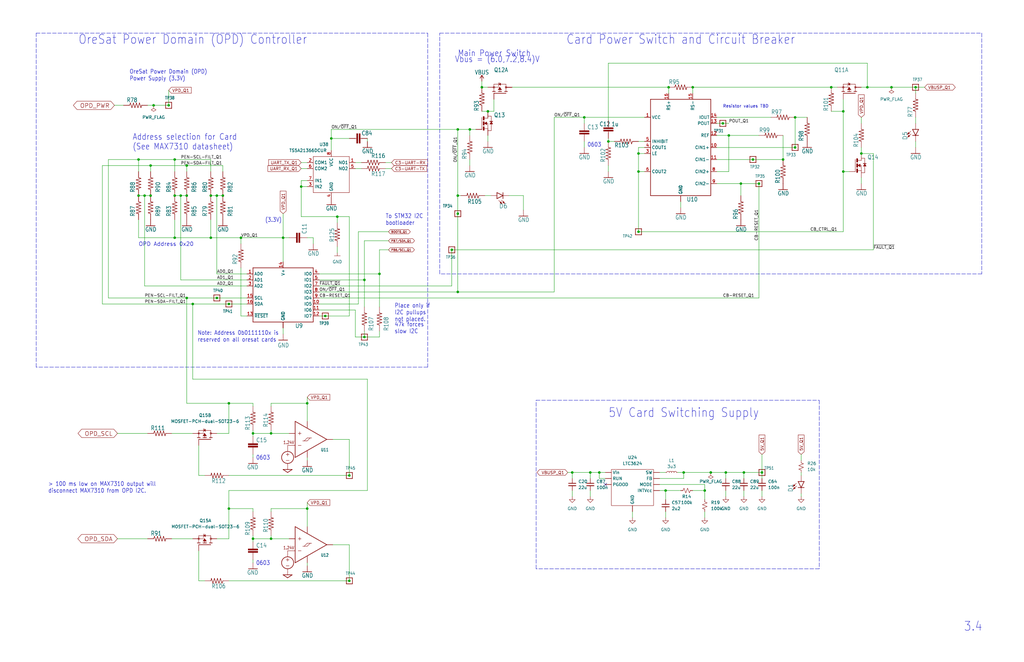
<source format=kicad_sch>
(kicad_sch (version 20211123) (generator eeschema)
  (paper "B")
  (junction (at 280.67 207.01))
  (junction (at 73.66 100.33))
  (junction (at 129.54 170.18))
  (junction (at 288.29 199.39))
  (junction (at 63.5 69.85))
  (junction (at 241.3 199.39))
  (junction (at 248.92 199.39))
  (junction (at 355.6 72.39))
  (junction (at 375.92 36.83))
  (junction (at 193.04 90.17))
  (junction (at 60.96 82.55))
  (junction (at 137.16 133.35))
  (junction (at 78.74 69.85))
  (junction (at 127 78.74))
  (junction (at 335.28 49.53))
  (junction (at 96.52 170.18))
  (junction (at 304.8 52.07))
  (junction (at 58.42 67.31))
  (junction (at 193.04 54.61))
  (junction (at 78.74 82.55))
  (junction (at 63.5 82.55))
  (junction (at 363.22 64.77))
  (junction (at 142.24 91.44))
  (junction (at 269.24 72.39))
  (junction (at 317.5 67.31))
  (junction (at 281.94 36.83))
  (junction (at 321.31 199.39))
  (junction (at 106.68 182.88))
  (junction (at 292.1 36.83))
  (junction (at 320.04 77.47))
  (junction (at 297.18 207.01))
  (junction (at 203.2 36.83))
  (junction (at 269.24 64.77))
  (junction (at 252.73 199.39))
  (junction (at 190.5 105.41))
  (junction (at 119.38 100.33))
  (junction (at 160.02 115.57))
  (junction (at 91.44 82.55))
  (junction (at 78.74 125.73))
  (junction (at 93.98 82.55))
  (junction (at 88.9 82.55))
  (junction (at 256.54 59.69))
  (junction (at 96.52 214.63))
  (junction (at 350.52 36.83))
  (junction (at 307.34 57.15))
  (junction (at 96.52 128.27))
  (junction (at 312.42 77.47))
  (junction (at 306.07 199.39))
  (junction (at 193.04 82.55))
  (junction (at 64.77 44.45))
  (junction (at 114.3 227.33))
  (junction (at 355.6 46.99))
  (junction (at 88.9 100.33))
  (junction (at 330.2 67.31))
  (junction (at 147.32 200.66))
  (junction (at 365.76 36.83))
  (junction (at 76.2 82.55))
  (junction (at 335.28 62.23))
  (junction (at 101.6 100.33))
  (junction (at 91.44 125.73))
  (junction (at 139.7 58.42))
  (junction (at 153.67 142.24))
  (junction (at 205.74 46.99))
  (junction (at 106.68 227.33))
  (junction (at 299.72 199.39))
  (junction (at 386.08 36.83))
  (junction (at 58.42 82.55))
  (junction (at 71.12 44.45))
  (junction (at 313.69 199.39))
  (junction (at 73.66 82.55))
  (junction (at 81.28 128.27))
  (junction (at 269.24 97.79))
  (junction (at 147.32 245.11))
  (junction (at 73.66 67.31))
  (junction (at 246.38 49.53))
  (junction (at 129.54 214.63))
  (junction (at 198.12 54.61))
  (junction (at 114.3 182.88))
  (junction (at 153.67 118.11))
  (junction (at 193.04 123.19))
  (no_connect (at 255.27 204.47))
  (wire (pts (xy 337.82 208.28) (xy 337.82 209.55)))
  (wire (pts (xy 73.66 72.39) (xy 73.66 67.31)))
  (wire (pts (xy 389.89 36.83) (xy 386.08 36.83)))
  (wire (pts (xy 233.68 49.53) (xy 246.38 49.53)))
  (wire (pts (xy 96.52 245.11) (xy 147.32 245.11)))
  (wire (pts (xy 269.24 72.39) (xy 271.78 72.39)))
  (wire (pts (xy 142.24 106.68) (xy 142.24 104.14)))
  (wire (pts (xy 297.18 207.01) (xy 297.18 210.82)))
  (wire (pts (xy 149.86 130.81) (xy 149.86 142.24)))
  (wire (pts (xy 106.68 193.04) (xy 106.68 191.77)))
  (wire (pts (xy 106.68 182.88) (xy 114.3 182.88)))
  (wire (pts (xy 165.1 71.12) (xy 162.56 71.12)))
  (wire (pts (xy 142.24 91.44) (xy 142.24 93.98)))
  (wire (pts (xy 104.14 128.27) (xy 96.52 128.27)))
  (wire (pts (xy 205.74 57.15) (xy 205.74 59.69)))
  (wire (pts (xy 52.07 44.45) (xy 48.26 44.45)))
  (wire (pts (xy 256.54 59.69) (xy 259.08 59.69)))
  (wire (pts (xy 139.7 58.42) (xy 139.7 63.5)))
  (wire (pts (xy 101.6 113.03) (xy 101.6 133.35)))
  (wire (pts (xy 299.72 199.39) (xy 306.07 199.39)))
  (wire (pts (xy 256.54 58.42) (xy 256.54 59.69)))
  (wire (pts (xy 106.68 171.45) (xy 106.68 170.18)))
  (wire (pts (xy 127 78.74) (xy 127 91.44)))
  (wire (pts (xy 106.68 184.15) (xy 106.68 182.88)))
  (wire (pts (xy 165.1 68.58) (xy 162.56 68.58)))
  (wire (pts (xy 288.29 199.39) (xy 288.29 201.93)))
  (wire (pts (xy 313.69 207.01) (xy 313.69 209.55)))
  (wire (pts (xy 104.14 118.11) (xy 76.2 118.11)))
  (wire (pts (xy 78.74 72.39) (xy 78.74 69.85)))
  (wire (pts (xy 278.13 201.93) (xy 288.29 201.93)))
  (wire (pts (xy 160.02 105.41) (xy 163.83 105.41)))
  (wire (pts (xy 114.3 171.45) (xy 114.3 170.18)))
  (wire (pts (xy 88.9 100.33) (xy 88.9 92.71)))
  (wire (pts (xy 252.73 201.93) (xy 255.27 201.93)))
  (wire (pts (xy 358.14 72.39) (xy 355.6 72.39)))
  (wire (pts (xy 132.08 100.33) (xy 132.08 102.87)))
  (wire (pts (xy 134.62 130.81) (xy 149.86 130.81)))
  (wire (pts (xy 256.54 26.67) (xy 365.76 26.67)))
  (wire (pts (xy 153.67 139.7) (xy 153.67 142.24)))
  (wire (pts (xy 363.22 49.53) (xy 363.22 52.07)))
  (polyline (pts (xy 180.34 13.97) (xy 180.34 154.94)))
  (wire (pts (xy 106.68 170.18) (xy 96.52 170.18)))
  (wire (pts (xy 271.78 62.23) (xy 269.24 62.23)))
  (wire (pts (xy 64.77 44.45) (xy 71.12 44.45)))
  (wire (pts (xy 160.02 142.24) (xy 160.02 139.7)))
  (wire (pts (xy 317.5 67.31) (xy 302.26 67.31)))
  (wire (pts (xy 350.52 46.99) (xy 355.6 46.99)))
  (wire (pts (xy 193.04 82.55) (xy 193.04 90.17)))
  (wire (pts (xy 119.38 110.49) (xy 119.38 100.33)))
  (wire (pts (xy 203.2 36.83) (xy 205.74 36.83)))
  (polyline (pts (xy 185.42 13.97) (xy 414.02 13.97)))
  (wire (pts (xy 62.23 44.45) (xy 64.77 44.45)))
  (wire (pts (xy 91.44 82.55) (xy 88.9 82.55)))
  (wire (pts (xy 278.13 199.39) (xy 280.67 199.39)))
  (wire (pts (xy 287.02 87.63) (xy 287.02 85.09)))
  (polyline (pts (xy 414.02 115.57) (xy 185.42 115.57)))
  (wire (pts (xy 248.92 207.01) (xy 248.92 209.55)))
  (wire (pts (xy 88.9 100.33) (xy 101.6 100.33)))
  (wire (pts (xy 363.22 64.77) (xy 368.3 64.77)))
  (wire (pts (xy 153.67 118.11) (xy 153.67 129.54)))
  (wire (pts (xy 205.74 46.99) (xy 208.28 46.99)))
  (wire (pts (xy 198.12 54.61) (xy 200.66 54.61)))
  (wire (pts (xy 86.36 200.66) (xy 83.82 200.66)))
  (wire (pts (xy 355.6 72.39) (xy 355.6 97.79)))
  (wire (pts (xy 320.04 77.47) (xy 312.42 77.47)))
  (wire (pts (xy 160.02 115.57) (xy 134.62 115.57)))
  (wire (pts (xy 86.36 245.11) (xy 83.82 245.11)))
  (wire (pts (xy 83.82 245.11) (xy 83.82 232.41)))
  (wire (pts (xy 271.78 59.69) (xy 269.24 59.69)))
  (wire (pts (xy 45.72 125.73) (xy 45.72 67.31)))
  (wire (pts (xy 96.52 170.18) (xy 96.52 182.88)))
  (wire (pts (xy 127 76.2) (xy 127 78.74)))
  (wire (pts (xy 58.42 67.31) (xy 73.66 67.31)))
  (wire (pts (xy 129.54 222.25) (xy 129.54 214.63)))
  (wire (pts (xy 104.14 120.65) (xy 60.96 120.65)))
  (wire (pts (xy 129.54 177.8) (xy 129.54 170.18)))
  (wire (pts (xy 292.1 207.01) (xy 297.18 207.01)))
  (wire (pts (xy 193.04 90.17) (xy 193.04 123.19)))
  (wire (pts (xy 140.335 229.87) (xy 147.32 229.87)))
  (wire (pts (xy 106.68 227.33) (xy 106.68 226.06)))
  (wire (pts (xy 154.94 160.02) (xy 81.28 160.02)))
  (wire (pts (xy 292.1 36.83) (xy 350.52 36.83)))
  (wire (pts (xy 96.52 207.01) (xy 154.94 207.01)))
  (wire (pts (xy 153.67 118.11) (xy 153.67 101.6)))
  (wire (pts (xy 140.335 185.42) (xy 147.32 185.42)))
  (wire (pts (xy 147.32 229.87) (xy 147.32 245.11)))
  (wire (pts (xy 335.28 49.53) (xy 340.36 49.53)))
  (wire (pts (xy 139.7 58.42) (xy 147.32 58.42)))
  (wire (pts (xy 81.28 182.88) (xy 72.39 182.88)))
  (wire (pts (xy 321.31 207.01) (xy 321.31 209.55)))
  (wire (pts (xy 306.07 207.01) (xy 306.07 209.55)))
  (wire (pts (xy 233.68 123.19) (xy 233.68 49.53)))
  (wire (pts (xy 91.44 125.73) (xy 104.14 125.73)))
  (wire (pts (xy 313.69 199.39) (xy 313.69 201.93)))
  (polyline (pts (xy 226.06 168.91) (xy 345.44 168.91)))
  (wire (pts (xy 269.24 64.77) (xy 269.24 72.39)))
  (wire (pts (xy 194.31 82.55) (xy 193.04 82.55)))
  (wire (pts (xy 129.54 100.33) (xy 132.08 100.33)))
  (wire (pts (xy 62.23 182.88) (xy 49.53 182.88)))
  (wire (pts (xy 313.69 199.39) (xy 321.31 199.39)))
  (wire (pts (xy 302.26 72.39) (xy 307.34 72.39)))
  (wire (pts (xy 252.73 199.39) (xy 252.73 201.93)))
  (wire (pts (xy 337.82 191.77) (xy 337.82 194.31)))
  (wire (pts (xy 193.04 54.61) (xy 193.04 82.55)))
  (wire (pts (xy 386.08 36.83) (xy 386.08 39.37)))
  (wire (pts (xy 355.6 97.79) (xy 269.24 97.79)))
  (wire (pts (xy 266.7 215.9) (xy 266.7 218.44)))
  (wire (pts (xy 43.18 128.27) (xy 43.18 69.85)))
  (wire (pts (xy 73.66 100.33) (xy 73.66 92.71)))
  (wire (pts (xy 198.12 67.31) (xy 198.12 69.85)))
  (wire (pts (xy 302.26 49.53) (xy 325.12 49.53)))
  (wire (pts (xy 386.08 59.69) (xy 386.08 62.23)))
  (wire (pts (xy 193.04 54.61) (xy 139.7 54.61)))
  (wire (pts (xy 83.82 200.66) (xy 83.82 187.96)))
  (wire (pts (xy 307.34 57.15) (xy 320.04 57.15)))
  (wire (pts (xy 88.9 72.39) (xy 88.9 67.31)))
  (wire (pts (xy 81.28 160.02) (xy 81.28 128.27)))
  (wire (pts (xy 58.42 100.33) (xy 73.66 100.33)))
  (wire (pts (xy 337.82 199.39) (xy 337.82 200.66)))
  (wire (pts (xy 114.3 226.06) (xy 114.3 227.33)))
  (wire (pts (xy 134.62 128.27) (xy 151.13 128.27)))
  (wire (pts (xy 78.74 125.73) (xy 91.44 125.73)))
  (wire (pts (xy 129.54 76.2) (xy 127 76.2)))
  (wire (pts (xy 239.395 199.39) (xy 241.3 199.39)))
  (wire (pts (xy 63.5 72.39) (xy 63.5 69.85)))
  (wire (pts (xy 190.5 105.41) (xy 190.5 120.65)))
  (wire (pts (xy 307.34 72.39) (xy 307.34 57.15)))
  (wire (pts (xy 129.54 238.76) (xy 129.54 237.49)))
  (wire (pts (xy 106.68 237.49) (xy 106.68 236.22)))
  (wire (pts (xy 129.54 170.18) (xy 114.3 170.18)))
  (polyline (pts (xy 15.24 154.94) (xy 15.24 13.97)))
  (wire (pts (xy 152.4 68.58) (xy 149.86 68.58)))
  (wire (pts (xy 375.92 36.83) (xy 386.08 36.83)))
  (wire (pts (xy 153.67 101.6) (xy 163.83 101.6)))
  (wire (pts (xy 256.54 50.8) (xy 256.54 26.67)))
  (wire (pts (xy 255.27 199.39) (xy 252.73 199.39)))
  (wire (pts (xy 368.3 105.41) (xy 190.5 105.41)))
  (wire (pts (xy 330.2 67.31) (xy 330.2 57.15)))
  (wire (pts (xy 106.68 182.88) (xy 106.68 181.61)))
  (wire (pts (xy 281.94 36.83) (xy 281.94 39.37)))
  (wire (pts (xy 154.94 207.01) (xy 154.94 160.02)))
  (wire (pts (xy 203.2 46.99) (xy 205.74 46.99)))
  (wire (pts (xy 127 71.12) (xy 129.54 71.12)))
  (wire (pts (xy 151.13 97.79) (xy 163.83 97.79)))
  (wire (pts (xy 114.3 181.61) (xy 114.3 182.88)))
  (wire (pts (xy 142.24 91.44) (xy 147.32 91.44)))
  (wire (pts (xy 312.42 82.55) (xy 312.42 77.47)))
  (wire (pts (xy 363.22 62.23) (xy 363.22 64.77)))
  (wire (pts (xy 302.26 57.15) (xy 307.34 57.15)))
  (wire (pts (xy 101.6 102.87) (xy 101.6 100.33)))
  (wire (pts (xy 129.54 170.18) (xy 129.54 167.64)))
  (wire (pts (xy 139.7 54.61) (xy 139.7 58.42)))
  (wire (pts (xy 215.9 36.83) (xy 281.94 36.83)))
  (polyline (pts (xy 345.44 168.91) (xy 345.44 240.03)))
  (wire (pts (xy 149.86 142.24) (xy 153.67 142.24)))
  (wire (pts (xy 220.726 82.55) (xy 220.726 88.646)))
  (wire (pts (xy 81.28 128.27) (xy 43.18 128.27)))
  (wire (pts (xy 246.38 52.07) (xy 246.38 49.53)))
  (wire (pts (xy 62.23 227.33) (xy 49.53 227.33)))
  (wire (pts (xy 96.52 214.63) (xy 96.52 207.01)))
  (wire (pts (xy 204.47 82.55) (xy 207.01 82.55)))
  (wire (pts (xy 152.4 71.12) (xy 149.86 71.12)))
  (wire (pts (xy 297.18 204.47) (xy 297.18 207.01)))
  (wire (pts (xy 60.96 82.55) (xy 58.42 82.55)))
  (wire (pts (xy 154.94 58.42) (xy 154.94 59.69)))
  (wire (pts (xy 114.3 227.33) (xy 121.92 227.33)))
  (wire (pts (xy 288.29 199.39) (xy 299.72 199.39)))
  (wire (pts (xy 214.63 82.55) (xy 220.726 82.55)))
  (wire (pts (xy 78.74 170.18) (xy 78.74 125.73)))
  (wire (pts (xy 58.42 72.39) (xy 58.42 67.31)))
  (polyline (pts (xy 185.42 115.57) (xy 185.42 13.97)))
  (wire (pts (xy 280.67 215.9) (xy 280.67 218.44)))
  (wire (pts (xy 137.16 133.35) (xy 134.62 133.35)))
  (wire (pts (xy 321.31 191.77) (xy 321.31 199.39)))
  (wire (pts (xy 241.3 199.39) (xy 248.92 199.39)))
  (wire (pts (xy 198.12 54.61) (xy 193.04 54.61)))
  (wire (pts (xy 104.14 115.57) (xy 91.44 115.57)))
  (wire (pts (xy 129.54 214.63) (xy 114.3 214.63)))
  (wire (pts (xy 106.68 214.63) (xy 96.52 214.63)))
  (wire (pts (xy 106.68 215.9) (xy 106.68 214.63)))
  (wire (pts (xy 96.52 128.27) (xy 81.28 128.27)))
  (wire (pts (xy 45.72 67.31) (xy 58.42 67.31)))
  (wire (pts (xy 58.42 100.33) (xy 58.42 92.71)))
  (wire (pts (xy 127 68.58) (xy 129.54 68.58)))
  (wire (pts (xy 280.67 207.01) (xy 280.67 210.82)))
  (wire (pts (xy 151.13 128.27) (xy 151.13 97.79)))
  (wire (pts (xy 60.96 120.65) (xy 60.96 82.55)))
  (wire (pts (xy 256.54 72.39) (xy 256.54 69.85)))
  (wire (pts (xy 114.3 182.88) (xy 121.92 182.88)))
  (wire (pts (xy 233.68 123.19) (xy 193.04 123.19)))
  (wire (pts (xy 280.67 207.01) (xy 278.13 207.01)))
  (wire (pts (xy 127 91.44) (xy 142.24 91.44)))
  (wire (pts (xy 81.28 227.33) (xy 72.39 227.33)))
  (wire (pts (xy 278.13 204.47) (xy 297.18 204.47)))
  (wire (pts (xy 302.26 52.07) (xy 304.8 52.07)))
  (wire (pts (xy 365.76 26.67) (xy 365.76 36.83)))
  (wire (pts (xy 302.26 62.23) (xy 335.28 62.23)))
  (wire (pts (xy 93.98 82.55) (xy 91.44 82.55)))
  (wire (pts (xy 73.66 100.33) (xy 88.9 100.33)))
  (wire (pts (xy 134.62 118.11) (xy 153.67 118.11)))
  (wire (pts (xy 78.74 82.55) (xy 76.2 82.55)))
  (polyline (pts (xy 414.02 13.97) (xy 414.02 115.57)))
  (wire (pts (xy 355.6 46.99) (xy 355.6 41.91)))
  (wire (pts (xy 147.32 133.35) (xy 147.32 91.44)))
  (wire (pts (xy 91.44 227.33) (xy 96.52 227.33)))
  (wire (pts (xy 292.1 39.37) (xy 292.1 36.83)))
  (wire (pts (xy 350.52 36.83) (xy 353.06 36.83)))
  (wire (pts (xy 119.38 100.33) (xy 121.92 100.33)))
  (wire (pts (xy 306.07 199.39) (xy 306.07 201.93)))
  (wire (pts (xy 134.62 125.73) (xy 320.04 125.73)))
  (wire (pts (xy 63.5 82.55) (xy 60.96 82.55)))
  (wire (pts (xy 127 78.74) (xy 129.54 78.74)))
  (wire (pts (xy 45.72 125.73) (xy 78.74 125.73)))
  (wire (pts (xy 119.38 140.97) (xy 119.38 138.43)))
  (wire (pts (xy 248.92 199.39) (xy 252.73 199.39)))
  (wire (pts (xy 114.3 215.9) (xy 114.3 214.63)))
  (wire (pts (xy 134.62 123.19) (xy 193.04 123.19)))
  (wire (pts (xy 96.52 214.63) (xy 96.52 227.33)))
  (wire (pts (xy 137.16 133.35) (xy 147.32 133.35)))
  (wire (pts (xy 96.52 200.66) (xy 147.32 200.66)))
  (wire (pts (xy 78.74 69.85) (xy 93.98 69.85)))
  (wire (pts (xy 246.38 49.53) (xy 271.78 49.53)))
  (polyline (pts (xy 180.34 154.94) (xy 15.24 154.94)))
  (wire (pts (xy 43.18 69.85) (xy 63.5 69.85)))
  (wire (pts (xy 91.44 182.88) (xy 96.52 182.88)))
  (wire (pts (xy 241.3 207.01) (xy 241.3 209.55)))
  (wire (pts (xy 269.24 97.79) (xy 269.24 72.39)))
  (polyline (pts (xy 15.24 13.97) (xy 180.34 13.97)))
  (wire (pts (xy 241.3 201.93) (xy 241.3 199.39)))
  (wire (pts (xy 363.22 36.83) (xy 365.76 36.83)))
  (wire (pts (xy 147.32 185.42) (xy 147.32 200.66)))
  (wire (pts (xy 368.3 64.77) (xy 368.3 105.41)))
  (polyline (pts (xy 345.44 240.03) (xy 226.06 240.03)))
  (wire (pts (xy 73.66 67.31) (xy 88.9 67.31)))
  (wire (pts (xy 106.68 227.33) (xy 114.3 227.33)))
  (wire (pts (xy 129.54 194.31) (xy 129.54 193.04)))
  (wire (pts (xy 119.38 100.33) (xy 119.38 90.17)))
  (wire (pts (xy 355.6 46.99) (xy 355.6 72.39)))
  (wire (pts (xy 93.98 69.85) (xy 93.98 72.39)))
  (wire (pts (xy 363.22 74.93) (xy 363.22 77.47)))
  (wire (pts (xy 91.44 115.57) (xy 91.44 82.55)))
  (wire (pts (xy 160.02 105.41) (xy 160.02 115.57)))
  (wire (pts (xy 129.54 214.63) (xy 129.54 212.09)))
  (wire (pts (xy 76.2 82.55) (xy 73.66 82.55)))
  (wire (pts (xy 203.2 34.29) (xy 203.2 36.83)))
  (wire (pts (xy 335.28 62.23) (xy 335.28 49.53)))
  (wire (pts (xy 246.38 62.23) (xy 246.38 59.69)))
  (wire (pts (xy 304.8 52.07) (xy 307.34 52.07)))
  (wire (pts (xy 365.76 36.83) (xy 375.92 36.83)))
  (wire (pts (xy 160.02 129.54) (xy 160.02 115.57)))
  (wire (pts (xy 248.92 199.39) (xy 248.92 201.93)))
  (wire (pts (xy 280.67 207.01) (xy 287.02 207.01)))
  (wire (pts (xy 190.5 120.65) (xy 134.62 120.65)))
  (wire (pts (xy 269.24 64.77) (xy 271.78 64.77)))
  (wire (pts (xy 285.75 199.39) (xy 288.29 199.39)))
  (wire (pts (xy 208.28 46.99) (xy 208.28 41.91)))
  (wire (pts (xy 63.5 69.85) (xy 78.74 69.85)))
  (wire (pts (xy 198.12 57.15) (xy 198.12 54.61)))
  (wire (pts (xy 306.07 199.39) (xy 313.69 199.39)))
  (wire (pts (xy 76.2 118.11) (xy 76.2 82.55)))
  (wire (pts (xy 269.24 62.23) (xy 269.24 64.77)))
  (wire (pts (xy 297.18 215.9) (xy 297.18 218.44)))
  (wire (pts (xy 96.52 170.18) (xy 78.74 170.18)))
  (wire (pts (xy 104.14 133.35) (xy 101.6 133.35)))
  (wire (pts (xy 106.68 227.33) (xy 106.68 228.6)))
  (wire (pts (xy 312.42 77.47) (xy 302.26 77.47)))
  (wire (pts (xy 317.5 67.31) (xy 330.2 67.31)))
  (wire (pts (xy 386.08 49.53) (xy 386.08 52.07)))
  (wire (pts (xy 320.04 125.73) (xy 320.04 77.47)))
  (wire (pts (xy 101.6 100.33) (xy 119.38 100.33)))
  (wire (pts (xy 153.67 142.24) (xy 160.02 142.24)))
  (polyline (pts (xy 226.06 240.03) (xy 226.06 168.91)))
  (wire (pts (xy 71.12 44.45) (xy 71.12 38.1)))
  (wire (pts (xy 321.31 201.93) (xy 321.31 199.39)))
  (text "Place only if\nI2C pullups\nnot placed." (at 166.37 135.89 180) (effects (font (size 1.778 1.5113)) (justify left bottom)))
  (text "Vbus = (6.0,7.2,8.4)V" (at 191.77 26.67 180) (effects (font (size 2.54 2.159)) (justify left bottom)))
  (text "5V Card Switching Supply" (at 256.54 176.53 180) (effects (font (size 3.81 3.2385)) (justify left bottom)))
  (text "To STM32 I2C\nbootloader" (at 162.56 95.25 180) (effects (font (size 1.778 1.5113)) (justify left bottom)))
  (text "0603" (at 247.65 62.23 180) (effects (font (size 1.778 1.5113)) (justify left bottom)))
  (text "Card Power Switch and Circuit Breaker" (at 238.76 19.05 180) (effects (font (size 3.81 3.2385)) (justify left bottom)))
  (text "0603" (at 107.95 238.76 180) (effects (font (size 1.778 1.5113)) (justify left bottom)))
  (text "OreSat Power Domain (OPD) Controller" (at 33.02 19.05 180) (effects (font (size 3.81 3.2385)) (justify left bottom)))
  (text "0603" (at 107.95 194.31 180) (effects (font (size 1.778 1.5113)) (justify left bottom)))
  (text "> 100 ms low on MAX7310 output will\ndisconnect MAX7310 from OPD I2C." (at 20.32 208.28 0) (effects (font (size 1.778 1.5113)) (justify left bottom)))
  (text "Main Power Switch" (at 193.04 24.13 180) (effects (font (size 2.54 2.159)) (justify left bottom)))
  (text "OPD Address 0x20" (at 58.42 104.14 0) (effects (font (size 1.651 1.651)) (justify left bottom)))
  (text "(3.3V)" (at 111.76 93.98 180) (effects (font (size 1.778 1.5113)) (justify left bottom)))
  (text "Resistor values TBD" (at 304.8 45.72 0) (effects (font (size 1.27 1.27)) (justify left bottom)))
  (text "47k forces\nslow I2C" (at 166.37 140.97 180) (effects (font (size 1.778 1.5113)) (justify left bottom)))
  (text "OreSat Power Domain (OPD)\nPower Supply (3.3V)" (at 54.61 34.29 180) (effects (font (size 1.778 1.5113)) (justify left bottom)))
  (text "Address selection for Card\n(See MAX7310 datasheet)" (at 55.88 63.5 0) (effects (font (size 2.54 2.159)) (justify left bottom)))
  (text "Note: Address 0b0111110x is\nreserved on all oresat cards" (at 83.312 144.526 0) (effects (font (size 1.778 1.5113)) (justify left bottom)))
  (text "3.4" (at 406.4 266.7 180) (effects (font (size 3.81 3.2385)) (justify left bottom)))
  (label "ON{slash}~{OFF}_Q1" (at 134.62 123.19 0) (effects (font (size 1.2446 1.2446))))
  (label "VPD_Q1" (at 101.6 100.33 0) (effects (font (size 1.2446 1.2446))))
  (label "AD0_Q1" (at 91.44 115.57 0) (effects (font (size 1.2446 1.2446))))
  (label "PEN-SDA-FILT_Q1" (at 60.96 128.27 0) (effects (font (size 1.2446 1.2446))))
  (label "ON/~{OFF}_Q1" (at 139.7 54.61 0) (effects (font (size 1.2446 1.2446))))
  (label "CB-RESET_Q1" (at 134.62 125.73 0) (effects (font (size 1.2446 1.2446))))
  (label "AD1_Q1" (at 91.44 118.11 0) (effects (font (size 1.2446 1.2446))))
  (label "~{FAULT_Q1}" (at 368.3 105.41 0) (effects (font (size 1.2446 1.2446))))
  (label "PEN-SCL-FILT_Q1" (at 76.2 67.31 0) (effects (font (size 1.2446 1.2446))))
  (label "CB-RESET_Q1" (at 304.8 125.73 0) (effects (font (size 1.2446 1.2446))))
  (label "CB-RESET_Q1" (at 320.04 101.6 90) (effects (font (size 1.2446 1.2446))))
  (label "PEN-SDA-FILT_Q1" (at 76.2 69.85 0) (effects (font (size 1.2446 1.2446))))
  (label "CB_CTRL_Q1" (at 341.63 97.79 0) (effects (font (size 1.2446 1.2446))))
  (label "PEN-SCL-FILT_Q1" (at 60.96 125.73 0) (effects (font (size 1.2446 1.2446))))
  (label "~{FAULT_Q1}" (at 134.62 120.65 0) (effects (font (size 1.2446 1.2446))))
  (label "ON/~{OFF}_Q1" (at 233.68 49.53 0) (effects (font (size 1.2446 1.2446))))
  (label "POUT_Q1" (at 307.34 52.07 0) (effects (font (size 1.2446 1.2446))))
  (label "AD2_Q1" (at 91.44 120.65 0) (effects (font (size 1.2446 1.2446))))
  (label "ON/~{OFF}_Q1" (at 193.04 68.58 90) (effects (font (size 1.2446 1.2446))))
  (global_label "OPD_SDA" (shape bidirectional) (at 49.53 227.33 180) (effects (font (size 1.778 1.778))) (property "Intersheet References" "${INTERSHEET_REFS}" (effects hide)))
  (global_label "UART_RX_Q1" (shape input) (at 127 71.12 180) (property "Intersheet References" "${INTERSHEET_REFS}" (effects hide)))
  (global_label "PB7/SDA_Q1" (shape bidirectional) (at 163.83 101.6 0) (effects (font (size 0.889 0.889))) (property "Intersheet References" "${INTERSHEET_REFS}" (effects hide)))
  (global_label "PB6/SCL_Q1" (shape bidirectional) (at 163.83 105.41 0) (effects (font (size 0.889 0.889))) (property "Intersheet References" "${INTERSHEET_REFS}" (effects hide)))
  (global_label "BOOT0_Q1" (shape bidirectional) (at 163.83 97.79 0) (effects (font (size 0.889 0.889))) (property "Intersheet References" "${INTERSHEET_REFS}" (effects hide)))
  (global_label "C3-UART-TX" (shape input) (at 165.1 71.12 0) (property "Intersheet References" "${INTERSHEET_REFS}" (effects hide)))
  (global_label "VPD_Q1" (shape input) (at 119.38 90.17 90) (property "Intersheet References" "${INTERSHEET_REFS}" (effects hide)))
  (global_label "VPD_Q1" (shape input) (at 129.54 167.64 0) (property "Intersheet References" "${INTERSHEET_REFS}" (effects hide)))
  (global_label "5V_Q1" (shape input) (at 337.82 191.77 90) (property "Intersheet References" "${INTERSHEET_REFS}" (effects hide)))
  (global_label "OPD_SCL" (shape bidirectional) (at 49.53 182.88 180) (effects (font (size 1.778 1.778))) (property "Intersheet References" "${INTERSHEET_REFS}" (effects hide)))
  (global_label "VPD_Q1" (shape input) (at 129.54 212.09 0) (property "Intersheet References" "${INTERSHEET_REFS}" (effects hide)))
  (global_label "VPD_Q1" (shape input) (at 71.12 38.1 0) (property "Intersheet References" "${INTERSHEET_REFS}" (effects hide)))
  (global_label "VPD_Q1" (shape input) (at 363.22 49.53 90) (property "Intersheet References" "${INTERSHEET_REFS}" (effects hide)))
  (global_label "UART_TX_Q1" (shape input) (at 127 68.58 180) (property "Intersheet References" "${INTERSHEET_REFS}" (effects hide)))
  (global_label "5V_Q1" (shape input) (at 321.31 191.77 90) (property "Intersheet References" "${INTERSHEET_REFS}" (effects hide)))
  (global_label "VBUSP_Q1" (shape bidirectional) (at 239.395 199.39 180) (effects (font (size 1.2446 1.2446))) (property "Intersheet References" "${INTERSHEET_REFS}" (effects hide)))
  (global_label "OPD_PWR" (shape bidirectional) (at 48.26 44.45 180) (effects (font (size 1.778 1.778))) (property "Intersheet References" "${INTERSHEET_REFS}" (effects hide)))
  (global_label "C3-UART-RX" (shape input) (at 165.1 68.58 0) (property "Intersheet References" "${INTERSHEET_REFS}" (effects hide)))
  (global_label "VBUSP_Q1" (shape bidirectional) (at 389.89 36.83 0) (effects (font (size 1.2446 1.2446))) (property "Intersheet References" "${INTERSHEET_REFS}" (effects hide)))
  (symbol (lib_id "oresat-acs-card-eagle-import:TEST-POINT-LARGE-SQUARE") (at 137.16 133.35 0) (unit 1)
    (property "Reference" "TP39" (at 134.62 137.16 0) (effects (font (size 1.27 1.0795)) (justify left bottom)))
    (property "Value" "TEST-POINT-LARGE-SQUARE" (effects hide))
    (property "Footprint" "oresat-acs-card:1X01" (effects hide))
  )
  (symbol (lib_id "oresat-acs-card-eagle-import:R-US_0603-C-NOSILK") (at 73.66 87.63 270) (unit 1)
    (property "Reference" "R83" (at 72.1614 91.44 0) (effects (font (size 1.778 1.5113)) (justify right top)))
    (property "Value" "NP" (at 71.882 86.36 0) (effects (font (size 1.778 1.5113)) (justify right top)))
    (property "Footprint" "oresat-acs-card:.0603-C-NOSILK" (effects hide))
    (property "Value" "RC1005F6653CS" (effects hide))
  )
  (symbol (lib_id "oresat-acs-card-eagle-import:GND") (at 312.42 95.25 0) (mirror y) (unit 1)
    (property "Reference" "#GND050" (effects hide))
    (property "Value" "GND" (at 314.96 97.79 0) (effects (font (size 1.778 1.5113)) (justify left bottom)))
  )
  (symbol (lib_id "oresat-acs-card-eagle-import:MOSFET-PCH-dual-SOT23-6") (at 86.36 229.87 90) (unit 1)
    (property "Reference" "Q15" (at 86.614 219.71 90))
    (property "Value" "MOSFET-PCH-dual-SOT23-6" (at 86.614 222.25 90))
    (property "Footprint" "oresat-acs-card:SOT23-6" (effects hide))
  )
  (symbol (lib_id "oresat-acs-card-eagle-import:LED-GREEN0603") (at 337.82 203.2 0) (unit 1)
    (property "Reference" "D1" (at 334.391 207.772 90) (effects (font (size 1.778 1.778)) (justify left bottom)))
    (property "Value" "LED-GREEN0603" (effects hide))
    (property "Footprint" "oresat-acs-card:LED-0603" (effects hide))
    (property "Value" "LED-GREEN0603" (effects hide))
    (property "Description" "Green 525nm LED 3.2V 0603" (effects hide))
    (property "MPN" "150060GS75020" (effects hide))
    (property "Distributor" "DigiKey" (effects hide))
  )
  (symbol (lib_id "oresat-acs-card-eagle-import:R-US_0603-C-NOSILK") (at 91.44 200.66 180) (unit 1)
    (property "Reference" "R112" (at 95.25 201.93 0) (effects (font (size 1.778 1.5113)) (justify left bottom)))
    (property "Value" "665k" (at 88.9 201.93 0) (effects (font (size 1.778 1.5113)) (justify left bottom)))
    (property "Footprint" "oresat-acs-card:.0603-C-NOSILK" (effects hide))
    (property "Value" "RC0603FR-07665KL" (effects hide))
  )
  (symbol (lib_id "oresat-acs-card-eagle-import:R-US_0603-C-NOSILK") (at 264.16 59.69 180) (unit 1)
    (property "Reference" "R103" (at 259.08 62.23 0) (effects (font (size 1.778 1.5113)) (justify right top)))
    (property "Value" "10k" (at 264.16 62.23 0) (effects (font (size 1.778 1.5113)) (justify right top)))
    (property "Footprint" "oresat-acs-card:.0603-C-NOSILK" (effects hide))
    (property "Value" "RC1005F6653CS" (effects hide))
  )
  (symbol (lib_id "power:PWR_FLAG") (at 299.72 199.39 180) (unit 1)
    (property "Reference" "#FLG02" (effects hide))
    (property "Value" "PWR_FLAG" (at 299.72 203.2 0))
  )
  (symbol (lib_id "Device:C_Small") (at 321.31 204.47 0) (unit 1)
    (property "Reference" "C64" (at 323.85 203.2062 0) (effects (justify left)))
    (property "Value" "100n" (at 323.85 205.7462 0) (effects (justify left)))
    (property "Footprint" "Capacitor_SMD:C_0603_1608Metric" (effects hide))
    (property "MPN" "1206YD476MAT2A" (effects hide))
    (property "MFR" "KYOCERA AVX" (effects hide))
    (property "Description" "47 µF ±20% 16V Ceramic Capacitor X5R 1206 (3216 Metric)" (effects hide))
  )
  (symbol (lib_id "Device:C_Small") (at 241.3 204.47 0) (unit 1)
    (property "Reference" "C20" (at 243.84 203.2062 0) (effects (justify left)))
    (property "Value" "22u" (at 243.84 205.7462 0) (effects (justify left)))
    (property "Footprint" "Capacitor_SMD:C_1210_3225Metric" (effects hide))
  )
  (symbol (lib_id "oresat-acs-card-eagle-import:R-US_0603-C-NOSILK") (at 106.68 220.98 90) (unit 1)
    (property "Reference" "R109" (at 105.41 226.06 0) (effects (font (size 1.778 1.5113)) (justify left bottom)))
    (property "Value" "330k" (at 105.41 219.71 0) (effects (font (size 1.778 1.5113)) (justify left bottom)))
    (property "Footprint" "oresat-acs-card:.0603-C-NOSILK" (effects hide))
    (property "Value" "MCT06030C3303FP000" (effects hide))
  )
  (symbol (lib_id "oresat-acs-card-eagle-import:TEST-POINT-LARGE-SQUARE") (at 269.24 97.79 0) (mirror y) (unit 1)
    (property "Reference" "TP42" (at 266.7 100.33 0) (effects (font (size 1.27 1.0795)) (justify left bottom)))
    (property "Value" "TEST-POINT-LARGE-SQUARE" (effects hide))
    (property "Footprint" "oresat-acs-card:1X01" (effects hide))
  )
  (symbol (lib_id "oresat-acs-card-eagle-import:R-US_0603-C-NOSILK") (at 58.42 77.47 270) (unit 1)
    (property "Reference" "R88" (at 56.9214 81.28 0) (effects (font (size 1.778 1.5113)) (justify right top)))
    (property "Value" "100" (at 56.642 76.2 0) (effects (font (size 1.778 1.5113)) (justify right top)))
    (property "Footprint" "oresat-acs-card:.0603-C-NOSILK" (effects hide))
    (property "Value" "RC1005F6653CS" (effects hide))
  )
  (symbol (lib_id "oresat-acs-card-eagle-import:R-US_0603-C-NOSILK") (at 114.3 176.53 90) (unit 1)
    (property "Reference" "R114" (at 113.03 180.34 0) (effects (font (size 1.778 1.5113)) (justify left bottom)))
    (property "Value" "1M" (at 113.03 173.99 0) (effects (font (size 1.778 1.5113)) (justify left bottom)))
    (property "Footprint" "oresat-acs-card:.0603-C-NOSILK" (effects hide))
    (property "Value" "RC0603FR-071ML" (effects hide))
  )
  (symbol (lib_id "oresat-acs-card-eagle-import:TEST-POINT-LARGE-SQUARE") (at 193.04 90.17 0) (unit 1)
    (property "Reference" "TP34" (at 186.69 87.63 0) (effects (font (size 1.27 1.0795)) (justify left bottom)))
    (property "Value" "TEST-POINT-LARGE-SQUARE" (effects hide))
    (property "Footprint" "oresat-acs-card:1X01" (effects hide))
  )
  (symbol (lib_id "power:GND") (at 248.92 209.55 0) (unit 1)
    (property "Reference" "#PWR041" (effects hide))
    (property "Value" "GND" (at 248.92 214.63 0))
  )
  (symbol (lib_id "Device:R_Small_US") (at 337.82 196.85 0) (unit 1)
    (property "Reference" "R26" (at 340.36 195.5799 0) (effects (justify left)))
    (property "Value" "10k" (at 340.36 198.1199 0) (effects (justify left)))
    (property "Footprint" "Resistor_SMD:R_0603_1608Metric" (effects hide))
  )
  (symbol (lib_id "oresat-acs-card-eagle-import:TEST-POINT-LARGE-SQUARE") (at 321.31 199.39 180) (unit 1)
    (property "Reference" "TP51" (at 326.39 196.85 0) (effects (font (size 1.27 1.0795)) (justify left bottom)))
    (property "Value" "TEST-POINT-LARGE-SQUARE" (effects hide))
    (property "Footprint" "oresat-acs-card:1X01" (effects hide))
  )
  (symbol (lib_id "power:GND") (at 280.67 218.44 0) (unit 1)
    (property "Reference" "#PWR043" (effects hide))
    (property "Value" "GND" (at 280.67 223.52 0))
  )
  (symbol (lib_id "oresat-acs-card-eagle-import:R-US_0603-C-NOSILK") (at 114.3 220.98 90) (unit 1)
    (property "Reference" "R110" (at 113.03 224.79 0) (effects (font (size 1.778 1.5113)) (justify left bottom)))
    (property "Value" "1M" (at 113.03 218.44 0) (effects (font (size 1.778 1.5113)) (justify left bottom)))
    (property "Footprint" "oresat-acs-card:.0603-C-NOSILK" (effects hide))
    (property "Value" "RC0603FR-071ML" (effects hide))
  )
  (symbol (lib_id "oresat-acs-card-eagle-import:GND") (at 63.5 95.25 0) (mirror y) (unit 1)
    (property "Reference" "#GND033" (effects hide))
    (property "Value" "GND" (at 66.04 97.79 0) (effects (font (size 1.778 1.5113)) (justify left bottom)))
  )
  (symbol (lib_id "Device:C_Small") (at 280.67 213.36 0) (unit 1)
    (property "Reference" "C57" (at 283.21 212.0962 0) (effects (justify left)))
    (property "Value" "2u2" (at 283.21 214.6362 0) (effects (justify left)))
    (property "Footprint" "Capacitor_SMD:C_0603_1608Metric" (effects hide))
  )
  (symbol (lib_id "oresat-acs-card-eagle-import:LED-GREEN0603") (at 386.08 54.61 0) (unit 1)
    (property "Reference" "D5" (at 382.651 59.182 90) (effects (font (size 1.778 1.778)) (justify left bottom)))
    (property "Value" "GREEN" (at 387.985 59.182 90) (effects (font (size 1.778 1.778)) (justify left top)))
    (property "Footprint" "oresat-acs-card:LED-0603" (effects hide))
    (property "Value" "SML-E12M8WT86" (effects hide))
  )
  (symbol (lib_id "oresat-acs-card-eagle-import:TEST-POINT-LARGE-SQUARE") (at 153.67 142.24 90) (unit 1)
    (property "Reference" "TP43" (at 151.13 146.05 90) (effects (font (size 1.27 1.0795)) (justify right top)))
    (property "Value" "TEST-POINT-LARGE-SQUARE" (effects hide))
    (property "Footprint" "oresat-acs-card:1X01" (effects hide))
  )
  (symbol (lib_name "MOSFET-PCH-SOT23-6_2") (lib_id "oresat-acs-card-eagle-import:MOSFET-PCH-SOT23-6") (at 358.14 39.37 90) (unit 1)
    (property "Reference" "Q11" (at 351.79 30.48 90) (effects (font (size 1.778 1.5113)) (justify right top)))
    (property "Value" "MOSFET-PCH-SOT23-6" (at 351.79 33.02 90) (effects (font (size 1.778 1.5113)) (justify right top)))
    (property "Footprint" "oresat-acs-card:SOT23-6" (effects hide))
    (property "Value" "MOSFET-PCH-SOT23-6" (effects hide))
  )
  (symbol (lib_id "Device:C_Small") (at 306.07 204.47 0) (unit 1)
    (property "Reference" "C88" (at 308.61 203.2062 0) (effects (justify left)))
    (property "Value" "22u" (at 308.61 205.7462 0) (effects (justify left)))
    (property "Footprint" "Capacitor_SMD:C_1210_3225Metric" (effects hide))
  )
  (symbol (lib_id "oresat-acs-card-eagle-import:TEST-POINT-LARGE-SQUARE") (at 320.04 77.47 180) (unit 1)
    (property "Reference" "TP35" (at 322.58 73.66 0) (effects (font (size 1.27 1.0795)) (justify left bottom)))
    (property "Value" "TEST-POINT-LARGE-SQUARE" (effects hide))
    (property "Footprint" "oresat-acs-card:1X01" (effects hide))
  )
  (symbol (lib_id "U-Linear Tech-LTC3624:LTC3624") (at 266.7 195.58 0) (unit 1)
    (property "Reference" "U24" (at 266.7 193.04 0))
    (property "Value" "LTC3624" (at 266.7 195.58 0))
    (property "Footprint" "oresat-footprints:DFN-8-1EP_3x3mm_P0.5mm_EP1.65x2.38mm_ThermalVias0.3mm" (effects hide))
    (property "Datasheet" "https://www.analog.com/media/en/technical-documentation/data-sheets/36242fd.pdf" (effects hide))
    (property "MFG" "Analog Devices" (effects hide))
    (property "MPN" "LTC3624IDD-5#PBF" (effects hide))
    (property "Description" "IC REG BUCK 5V 2A 8DFN" (effects hide))
  )
  (symbol (lib_id "oresat-acs-card-eagle-import:R-US_0603-C-NOSILK") (at 203.2 41.91 90) (unit 1)
    (property "Reference" "R93" (at 201.93 46.99 0) (effects (font (size 1.778 1.5113)) (justify left bottom)))
    (property "Value" "10k" (at 201.93 40.64 0) (effects (font (size 1.778 1.5113)) (justify left bottom)))
    (property "Footprint" "oresat-acs-card:.0603-C-NOSILK" (effects hide))
    (property "Value" "RC0603FR-0710KL" (effects hide))
  )
  (symbol (lib_id "oresat-acs-card-eagle-import:GND") (at 129.54 241.3 0) (mirror y) (unit 1)
    (property "Reference" "#GND040" (effects hide))
    (property "Value" "GND" (at 132.08 243.84 0) (effects (font (size 1.778 1.5113)) (justify left bottom)))
  )
  (symbol (lib_id "oresat-acs-card-eagle-import:R-US_R1206") (at 287.02 36.83 0) (unit 1)
    (property "Reference" "R95" (at 281.94 35.56 0) (effects (font (size 1.778 1.5113)) (justify left bottom)))
    (property "Value" "100m" (at 288.29 35.56 0) (effects (font (size 1.778 1.5113)) (justify left bottom)))
    (property "Footprint" "oresat-acs-card:R1206" (effects hide))
    (property "Value" "CSR1206FTR100" (effects hide))
  )
  (symbol (lib_id "oresat-acs-card-eagle-import:C-EU0603-C-NOSILK") (at 246.38 54.61 0) (unit 1)
    (property "Reference" "C13" (at 247.65 54.61 0) (effects (font (size 1.778 1.5113)) (justify left bottom)))
    (property "Value" "1u" (at 247.65 59.69 0) (effects (font (size 1.778 1.5113)) (justify left bottom)))
    (property "Footprint" "oresat-acs-card:.0603-C-NOSILK" (effects hide))
    (property "Value" "CC0603KRX7R7BB105" (effects hide))
  )
  (symbol (lib_id "oresat-acs-card-eagle-import:R-US_0603-C-NOSILK") (at 78.74 87.63 90) (unit 1)
    (property "Reference" "R85" (at 82.8294 91.44 0) (effects (font (size 1.778 1.5113)) (justify left bottom)))
    (property "Value" "NP" (at 82.55 86.36 0) (effects (font (size 1.778 1.5113)) (justify left bottom)))
    (property "Footprint" "oresat-acs-card:.0603-C-NOSILK" (effects hide))
    (property "Value" "RC1005F6653CS" (effects hide))
  )
  (symbol (lib_id "power:GND") (at 321.31 209.55 0) (unit 1)
    (property "Reference" "#PWR047" (effects hide))
    (property "Value" "GND" (at 321.31 214.63 0))
  )
  (symbol (lib_id "oresat-acs-card-eagle-import:C-EU0603-C-NOSILK") (at 106.68 186.69 0) (unit 1)
    (property "Reference" "C15" (at 107.95 186.69 0) (effects (font (size 1.778 1.5113)) (justify left bottom)))
    (property "Value" "1u" (at 107.95 191.77 0) (effects (font (size 1.778 1.5113)) (justify left bottom)))
    (property "Footprint" "oresat-acs-card:.0603-C-NOSILK" (effects hide))
    (property "Value" "CC0603KRX7R7BB105" (effects hide))
  )
  (symbol (lib_id "oresat-acs-card-eagle-import:R-US_0603-C-NOSILK") (at 153.67 134.62 90) (unit 1)
    (property "Reference" "R107" (at 157.48 139.7 0) (effects (font (size 1.778 1.5113)) (justify left bottom)))
    (property "Value" "47k" (at 157.48 133.35 0) (effects (font (size 1.778 1.5113)) (justify left bottom)))
    (property "Footprint" "oresat-acs-card:.0603-C-NOSILK" (effects hide))
    (property "Value" "RC0603FR-0747KL" (effects hide))
  )
  (symbol (lib_id "oresat-acs-card-eagle-import:MAX7310") (at 119.38 123.19 0) (unit 1)
    (property "Reference" "U9" (at 124.46 138.43 0) (effects (font (size 1.778 1.5113)) (justify left bottom)))
    (property "Value" "MAX7310ATE" (at 124.46 140.97 0) (effects (font (size 1.778 1.5113)) (justify left bottom)))
    (property "Footprint" "oresat-acs-card:QFN65P400X400X80-17T210" (effects hide))
    (property "Value" "MAX7310ATE" (effects hide))
  )
  (symbol (lib_id "oresat-acs-card-eagle-import:MIC842LYC5") (at 129.54 229.87 0) (unit 1)
    (property "Reference" "U12" (at 135.255 234.95 0) (effects (font (size 1.27 1.0795)) (justify left bottom)))
    (property "Value" "MIC842LYC5" (at 135.255 236.22 0) (effects (font (size 1.27 1.0795)) (justify left bottom)))
    (property "Footprint" "oresat-acs-card:SC70-5" (effects hide))
    (property "Value" "MIC842LYC5-TR" (effects hide))
  )
  (symbol (lib_id "oresat-acs-card-eagle-import:TS5A21366DCUR") (at 139.7 73.66 0) (unit 1)
    (property "Reference" "U38" (at 134.62 60.96 0) (effects (justify left)))
    (property "Value" "TS5A21366DCUR" (at 121.92 63.5 0) (effects (justify left)))
    (property "Footprint" "oresat-acs-card:DCU-R-PDSO-G8" (effects hide))
  )
  (symbol (lib_id "oresat-acs-card-eagle-import:TEST-POINT-LARGE-SQUARE") (at 190.5 105.41 0) (unit 1)
    (property "Reference" "TP36" (at 187.96 109.22 0) (effects (font (size 1.27 1.0795)) (justify left bottom)))
    (property "Value" "TEST-POINT-LARGE-SQUARE" (effects hide))
    (property "Footprint" "oresat-acs-card:1X01" (effects hide))
  )
  (symbol (lib_id "oresat-acs-card-eagle-import:R-US_0603-C-NOSILK") (at 67.31 182.88 0) (unit 1)
    (property "Reference" "R111" (at 63.5 181.61 0) (effects (font (size 1.778 1.5113)) (justify left bottom)))
    (property "Value" "100" (at 69.85 181.61 0) (effects (font (size 1.778 1.5113)) (justify left bottom)))
    (property "Footprint" "oresat-acs-card:.0603-C-NOSILK" (effects hide))
    (property "Value" "RC0603FR-07100RL" (effects hide))
  )
  (symbol (lib_id "oresat-acs-card-eagle-import:GND") (at 132.08 105.41 0) (mirror y) (unit 1)
    (property "Reference" "#GND041" (effects hide))
    (property "Value" "GND" (at 134.62 107.95 0) (effects (font (size 1.778 1.5113)) (justify left bottom)))
  )
  (symbol (lib_id "oresat-acs-card-eagle-import:TEST-POINT-LARGE-SQUARE") (at 335.28 62.23 0) (unit 1)
    (property "Reference" "TP33" (at 331.47 66.04 0) (effects (font (size 1.27 1.0795)) (justify left bottom)))
    (property "Value" "TEST-POINT-LARGE-SQUARE" (effects hide))
    (property "Footprint" "oresat-acs-card:1X01" (effects hide))
  )
  (symbol (lib_id "oresat-acs-card-eagle-import:C-EU0603-C-NOSILK") (at 106.68 231.14 0) (unit 1)
    (property "Reference" "C14" (at 107.95 231.14 0) (effects (font (size 1.778 1.5113)) (justify left bottom)))
    (property "Value" "1u" (at 107.95 236.22 0) (effects (font (size 1.778 1.5113)) (justify left bottom)))
    (property "Footprint" "oresat-acs-card:.0603-C-NOSILK" (effects hide))
    (property "Value" "CC0603KRX7R7BB105" (effects hide))
  )
  (symbol (lib_id "oresat-acs-card-eagle-import:PMV45EN") (at 363.22 69.85 0) (unit 1)
    (property "Reference" "Q14" (at 365.76 67.31 0) (effects (font (size 1.778 1.5113)) (justify left bottom)))
    (property "Value" "PMV45EN" (at 365.76 69.85 0) (effects (font (size 1.778 1.5113)) (justify left bottom)))
    (property "Footprint" "oresat-acs-card:SOT23" (effects hide))
    (property "Value" "PMV45EN2R" (effects hide))
  )
  (symbol (lib_id "oresat-acs-card-eagle-import:GND") (at 78.74 95.25 0) (mirror y) (unit 1)
    (property "Reference" "#GND034" (effects hide))
    (property "Value" "GND" (at 81.28 97.79 0) (effects (font (size 1.778 1.5113)) (justify left bottom)))
  )
  (symbol (lib_id "oresat-acs-card-eagle-import:R-US_0603-C-NOSILK") (at 199.39 82.55 180) (unit 1)
    (property "Reference" "R105" (at 203.2 84.0486 0) (effects (font (size 1.778 1.5113)) (justify left bottom)))
    (property "Value" "4.7k" (at 203.2 79.248 0) (effects (font (size 1.778 1.5113)) (justify left bottom)))
    (property "Footprint" "oresat-acs-card:.0603-C-NOSILK" (effects hide))
    (property "Value" "CRGCQ0603F2K7" (effects hide))
  )
  (symbol (lib_id "oresat-acs-card-eagle-import:R-US_0603-C-NOSILK") (at 57.15 44.45 0) (unit 1)
    (property "Reference" "R78" (at 53.34 43.18 0) (effects (font (size 1.778 1.5113)) (justify left bottom)))
    (property "Value" "10" (at 59.69 43.18 0) (effects (font (size 1.778 1.5113)) (justify left bottom)))
    (property "Footprint" "oresat-acs-card:.0603-C-NOSILK" (effects hide))
    (property "Value" "RC0603FR-0710RL" (effects hide))
  )
  (symbol (lib_id "oresat-acs-card-eagle-import:R-US_0603-C-NOSILK") (at 67.31 227.33 0) (unit 1)
    (property "Reference" "R91" (at 63.5 226.06 0) (effects (font (size 1.778 1.5113)) (justify left bottom)))
    (property "Value" "100" (at 69.85 226.06 0) (effects (font (size 1.778 1.5113)) (justify left bottom)))
    (property "Footprint" "oresat-acs-card:.0603-C-NOSILK" (effects hide))
    (property "Value" "RC0603FR-07100RL" (effects hide))
  )
  (symbol (lib_id "oresat-acs-card-eagle-import:R-US_0603-C-NOSILK") (at 350.52 41.91 90) (unit 1)
    (property "Reference" "R101" (at 349.25 46.99 0) (effects (font (size 1.778 1.5113)) (justify left bottom)))
    (property "Value" "10k" (at 349.25 40.64 0) (effects (font (size 1.778 1.5113)) (justify left bottom)))
    (property "Footprint" "oresat-acs-card:.0603-C-NOSILK" (effects hide))
    (property "Value" "RC0603FR-0710KL" (effects hide))
  )
  (symbol (lib_id "oresat-acs-card-eagle-import:GND") (at 106.68 240.03 0) (unit 1)
    (property "Reference" "#GND037" (effects hide))
    (property "Value" "GND" (at 104.14 242.57 0) (effects (font (size 1.778 1.5113)) (justify left bottom)))
  )
  (symbol (lib_id "oresat-acs-card-eagle-import:R-US_0603-C-NOSILK") (at 157.48 68.58 180) (unit 1)
    (property "Reference" "R116" (at 162.56 64.77 0) (effects (font (size 1.778 1.5113)) (justify left bottom)))
    (property "Value" "100" (at 156.21 64.77 0) (effects (font (size 1.778 1.5113)) (justify left bottom)))
    (property "Footprint" "oresat-acs-card:.0603-C-NOSILK" (effects hide))
    (property "Value" "RC0603FR-0710KL" (effects hide))
  )
  (symbol (lib_id "oresat-acs-card-eagle-import:R-US_0603-C-NOSILK") (at 325.12 57.15 180) (unit 1)
    (property "Reference" "R99" (at 320.04 55.88 0) (effects (font (size 1.778 1.5113)) (justify right top)))
    (property "Value" "0" (at 326.39 55.88 0) (effects (font (size 1.778 1.5113)) (justify right top)))
    (property "Footprint" "oresat-acs-card:.0603-C-NOSILK" (effects hide))
    (property "Value" "RC0603JR-070RL" (effects hide))
  )
  (symbol (lib_id "oresat-acs-card-eagle-import:R-US_0603-C-NOSILK") (at 386.08 44.45 90) (unit 1)
    (property "Reference" "R77" (at 384.81 49.53 0) (effects (font (size 1.778 1.5113)) (justify left bottom)))
    (property "Value" "10k" (at 384.81 44.45 0) (effects (font (size 1.778 1.5113)) (justify left bottom)))
    (property "Footprint" "oresat-acs-card:.0603-C-NOSILK" (effects hide))
    (property "Value" "CRGCQ0603F2K7" (effects hide))
  )
  (symbol (lib_id "oresat-acs-card-eagle-import:TEST-POINT-LARGE-SQUARE") (at 147.32 200.66 180) (unit 1)
    (property "Reference" "TP45" (at 149.86 196.85 0) (effects (font (size 1.27 1.0795)) (justify left bottom)))
    (property "Value" "TEST-POINT-LARGE-SQUARE" (effects hide))
    (property "Footprint" "oresat-acs-card:1X01" (effects hide))
  )
  (symbol (lib_id "oresat-acs-card-eagle-import:R-US_0603-C-NOSILK") (at 312.42 87.63 90) (unit 1)
    (property "Reference" "R96" (at 311.15 92.71 0) (effects (font (size 1.778 1.5113)) (justify left bottom)))
    (property "Value" "10k" (at 311.15 87.63 0) (effects (font (size 1.778 1.5113)) (justify left bottom)))
    (property "Footprint" "oresat-acs-card:.0603-C-NOSILK" (effects hide))
    (property "Value" "RC0603FR-0710KL" (effects hide))
  )
  (symbol (lib_id "oresat-acs-card-eagle-import:GND") (at 129.54 196.85 0) (mirror y) (unit 1)
    (property "Reference" "#GND039" (effects hide))
    (property "Value" "GND" (at 132.08 199.39 0) (effects (font (size 1.778 1.5113)) (justify left bottom)))
  )
  (symbol (lib_id "power:GND") (at 297.18 218.44 0) (unit 1)
    (property "Reference" "#PWR044" (effects hide))
    (property "Value" "GND" (at 297.18 223.52 0))
  )
  (symbol (lib_id "oresat-acs-card-eagle-import:GND") (at 340.36 62.23 0) (mirror y) (unit 1)
    (property "Reference" "#GND052" (effects hide))
    (property "Value" "GND" (at 342.9 64.77 0) (effects (font (size 1.778 1.5113)) (justify left bottom)))
  )
  (symbol (lib_id "oresat-acs-card-eagle-import:LED-GREEN0603") (at 209.55 82.55 90) (unit 1)
    (property "Reference" "D6" (at 214.122 85.979 90) (effects (font (size 1.778 1.778)) (justify left bottom)))
    (property "Value" "AMBER" (at 214.122 80.645 90) (effects (font (size 1.778 1.778)) (justify left top)))
    (property "Footprint" "oresat-acs-card:LED-0603" (effects hide))
    (property "Value" "IN-S63AT5A" (effects hide))
  )
  (symbol (lib_id "oresat-acs-card-eagle-import:GND") (at 287.02 90.17 0) (mirror y) (unit 1)
    (property "Reference" "#GND049" (effects hide))
    (property "Value" "GND" (at 289.56 92.71 0) (effects (font (size 1.778 1.5113)) (justify left bottom)))
  )
  (symbol (lib_id "oresat-acs-card-eagle-import:MIC842LYC5") (at 129.54 185.42 0) (unit 1)
    (property "Reference" "U11" (at 135.255 190.5 0) (effects (font (size 1.27 1.0795)) (justify left bottom)))
    (property "Value" "MIC842LYC5" (at 135.255 191.77 0) (effects (font (size 1.27 1.0795)) (justify left bottom)))
    (property "Footprint" "oresat-acs-card:SC70-5" (effects hide))
    (property "Value" "MIC842LYC5-TR" (effects hide))
  )
  (symbol (lib_id "oresat-acs-card-eagle-import:TEST-POINT-LARGE-SQUARE") (at 71.12 44.45 180) (unit 1)
    (property "Reference" "TP38" (at 73.66 40.64 0) (effects (font (size 1.27 1.0795)) (justify left bottom)))
    (property "Value" "TEST-POINT-LARGE-SQUARE" (effects hide))
    (property "Footprint" "oresat-acs-card:1X01" (effects hide))
  )
  (symbol (lib_id "oresat-acs-card-eagle-import:R-US_0603-C-NOSILK") (at 142.24 99.06 90) (unit 1)
    (property "Reference" "R125" (at 140.97 102.235 0) (effects (font (size 1.778 1.5113)) (justify left bottom)))
    (property "Value" "10k" (at 146.05 101.6 0) (effects (font (size 1.778 1.5113)) (justify left bottom)))
    (property "Footprint" "oresat-acs-card:.0603-C-NOSILK" (effects hide))
    (property "Value" "CRGCQ0603F2K7" (effects hide))
  )
  (symbol (lib_id "oresat-acs-card-eagle-import:R-US_0603-C-NOSILK") (at 330.2 49.53 180) (unit 1)
    (property "Reference" "R97" (at 325.12 48.26 0) (effects (font (size 1.778 1.5113)) (justify right top)))
    (property "Value" "0" (at 331.47 48.26 0) (effects (font (size 1.778 1.5113)) (justify right top)))
    (property "Footprint" "oresat-acs-card:.0603-C-NOSILK" (effects hide))
    (property "Value" "RC0603JR-070RL" (effects hide))
  )
  (symbol (lib_id "oresat-acs-card-eagle-import:MAX4211") (at 287.02 59.69 0) (unit 1)
    (property "Reference" "U10" (at 289.56 85.09 0) (effects (font (size 1.778 1.5113)) (justify left bottom)))
    (property "Value" "MAX4211FETE" (at 289.56 87.63 0) (effects (font (size 1.778 1.5113)) (justify left bottom)))
    (property "Footprint" "oresat-acs-card:QFN65P400X400X80-17T210" (effects hide))
    (property "Value" "MAX4211FETE" (effects hide))
  )
  (symbol (lib_id "power:PWR_FLAG") (at 375.92 36.83 180) (unit 1)
    (property "Reference" "#FLG06" (effects hide))
    (property "Value" "PWR_FLAG" (at 375.92 41.91 0))
  )
  (symbol (lib_id "oresat-acs-card-eagle-import:GND") (at 220.726 91.186 0) (mirror y) (unit 1)
    (property "Reference" "#GND046" (effects hide))
    (property "Value" "GND" (at 223.266 93.726 0) (effects (font (size 1.778 1.5113)) (justify left bottom)))
  )
  (symbol (lib_id "power:GND") (at 306.07 209.55 0) (unit 1)
    (property "Reference" "#PWR045" (effects hide))
    (property "Value" "GND" (at 306.07 214.63 0))
  )
  (symbol (lib_id "oresat-acs-card-eagle-import:R-US_0603-C-NOSILK") (at 88.9 77.47 270) (unit 1)
    (property "Reference" "R80" (at 87.4014 81.28 0) (effects (font (size 1.778 1.5113)) (justify right top)))
    (property "Value" "100" (at 87.122 76.2 0) (effects (font (size 1.778 1.5113)) (justify right top)))
    (property "Footprint" "oresat-acs-card:.0603-C-NOSILK" (effects hide))
    (property "Value" "RC1005F6653CS" (effects hide))
  )
  (symbol (lib_id "oresat-acs-card-eagle-import:GND") (at 386.08 64.77 0) (mirror y) (unit 1)
    (property "Reference" "#GND054" (effects hide))
    (property "Value" "GND" (at 388.62 67.31 0) (effects (font (size 1.778 1.5113)) (justify left bottom)))
  )
  (symbol (lib_id "oresat-acs-card-eagle-import:R-US_0603-C-NOSILK") (at 93.98 87.63 90) (unit 1)
    (property "Reference" "R81" (at 98.0694 91.44 0) (effects (font (size 1.778 1.5113)) (justify left bottom)))
    (property "Value" "NP" (at 97.79 86.36 0) (effects (font (size 1.778 1.5113)) (justify left bottom)))
    (property "Footprint" "oresat-acs-card:.0603-C-NOSILK" (effects hide))
    (property "Value" "RC1005F6653CS" (effects hide))
  )
  (symbol (lib_id "power:GND") (at 266.7 218.44 0) (unit 1)
    (property "Reference" "#PWR042" (effects hide))
    (property "Value" "GND" (at 266.7 223.52 0))
  )
  (symbol (lib_id "oresat-acs-card-eagle-import:R-US_0603-C-NOSILK") (at 63.5 77.47 90) (unit 1)
    (property "Reference" "R90" (at 67.5894 81.28 0) (effects (font (size 1.778 1.5113)) (justify left bottom)))
    (property "Value" "NP" (at 67.31 76.2 0) (effects (font (size 1.778 1.5113)) (justify left bottom)))
    (property "Footprint" "oresat-acs-card:.0603-C-NOSILK" (effects hide))
    (property "Value" "RC1005F6653CS" (effects hide))
  )
  (symbol (lib_id "oresat-acs-card-eagle-import:TEST-POINT-LARGE-SQUARE") (at 96.52 128.27 0) (unit 1)
    (property "Reference" "TP41" (at 93.98 132.08 0) (effects (font (size 1.27 1.0795)) (justify left bottom)))
    (property "Value" "TEST-POINT-LARGE-SQUARE" (effects hide))
    (property "Footprint" "oresat-acs-card:1X01" (effects hide))
  )
  (symbol (lib_id "oresat-acs-card-eagle-import:R-US_0603-C-NOSILK") (at 157.48 71.12 180) (unit 1)
    (property "Reference" "R117" (at 162.56 72.39 0) (effects (font (size 1.778 1.5113)) (justify left bottom)))
    (property "Value" "100" (at 156.21 72.39 0) (effects (font (size 1.778 1.5113)) (justify left bottom)))
    (property "Footprint" "oresat-acs-card:.0603-C-NOSILK" (effects hide))
    (property "Value" "RC0603FR-0710KL" (effects hide))
  )
  (symbol (lib_id "Device:L_Small") (at 283.21 199.39 90) (unit 1)
    (property "Reference" "L1" (at 283.21 194.31 90))
    (property "Value" "3u3" (at 283.21 196.85 90))
    (property "Footprint" "oresat-footprints:L_ECS-MPI4040" (effects hide))
    (property "MFR" "Coilcraft" (effects hide))
    (property "MPN" "XGL4030-332MEC" (effects hide))
    (property "Description" "FIXED IND 3.3UH 7.5A 21.9MOHM SM" (effects hide))
  )
  (symbol (lib_id "oresat-acs-card-eagle-import:R-US_0603-C-NOSILK") (at 58.42 87.63 270) (unit 1)
    (property "Reference" "R87" (at 56.9214 91.44 0) (effects (font (size 1.778 1.5113)) (justify right top)))
    (property "Value" "NP" (at 56.642 86.36 0) (effects (font (size 1.778 1.5113)) (justify right top)))
    (property "Footprint" "oresat-acs-card:.0603-C-NOSILK" (effects hide))
    (property "Value" "RC1005F6653CS" (effects hide))
  )
  (symbol (lib_id "oresat-acs-card-eagle-import:R-US_0603-C-NOSILK") (at 363.22 57.15 90) (unit 1)
    (property "Reference" "R104" (at 361.95 62.23 0) (effects (font (size 1.778 1.5113)) (justify left bottom)))
    (property "Value" "10k" (at 361.95 55.88 0) (effects (font (size 1.778 1.5113)) (justify left bottom)))
    (property "Footprint" "oresat-acs-card:.0603-C-NOSILK" (effects hide))
    (property "Value" "RC0603FR-0710KL" (effects hide))
  )
  (symbol (lib_id "oresat-acs-card-eagle-import:R-US_0603-C-NOSILK") (at 93.98 77.47 90) (unit 1)
    (property "Reference" "R82" (at 98.0694 81.28 0) (effects (font (size 1.778 1.5113)) (justify left bottom)))
    (property "Value" "NP" (at 97.79 76.2 0) (effects (font (size 1.778 1.5113)) (justify left bottom)))
    (property "Footprint" "oresat-acs-card:.0603-C-NOSILK" (effects hide))
    (property "Value" "RC1005F6653CS" (effects hide))
  )
  (symbol (lib_id "power:GND") (at 313.69 209.55 0) (unit 1)
    (property "Reference" "#PWR046" (effects hide))
    (property "Value" "GND" (at 313.69 214.63 0))
  )
  (symbol (lib_id "oresat-acs-card-eagle-import:C-EU0603-C-NOSILK") (at 256.54 55.88 0) (mirror x) (unit 1)
    (property "Reference" "C12" (at 252.73 53.34 0) (effects (font (size 1.778 1.5113)) (justify left top)))
    (property "Value" "1u" (at 257.81 53.34 0) (effects (font (size 1.778 1.5113)) (justify left top)))
    (property "Footprint" "oresat-acs-card:.0603-C-NOSILK" (effects hide))
  )
  (symbol (lib_id "oresat-acs-card-eagle-import:TEST-POINT-LARGE-SQUARE") (at 386.08 36.83 0) (unit 1)
    (property "Reference" "TP37" (at 384.81 34.29 0) (effects (font (size 1.27 1.0795)) (justify left bottom)))
    (property "Value" "TEST-POINT-LARGE-SQUARE" (effects hide))
    (property "Footprint" "oresat-acs-card:1X01" (effects hide))
  )
  (symbol (lib_id "OreSat-Power:GND") (at 142.24 106.68 0) (unit 1)
    (property "Reference" "#GND0146" (effects hide))
    (property "Value" "GND" (at 142.24 110.49 0))
  )
  (symbol (lib_id "oresat-acs-card-eagle-import:R-US_0603-C-NOSILK") (at 160.02 134.62 90) (unit 1)
    (property "Reference" "R108" (at 163.83 139.7 0) (effects (font (size 1.778 1.5113)) (justify left bottom)))
    (property "Value" "47k" (at 163.83 133.35 0) (effects (font (size 1.778 1.5113)) (justify left bottom)))
    (property "Footprint" "oresat-acs-card:.0603-C-NOSILK" (effects hide))
    (property "Value" "RC0603FR-0747KL" (effects hide))
  )
  (symbol (lib_id "Device:R_Small_US") (at 297.18 213.36 0) (unit 1)
    (property "Reference" "R19" (at 299.72 212.0899 0) (effects (justify left)))
    (property "Value" "100k" (at 299.72 214.6299 0) (effects (justify left)))
    (property "Footprint" "Resistor_SMD:R_0603_1608Metric" (effects hide))
  )
  (symbol (lib_id "oresat-acs-card-eagle-import:R-US_0603-C-NOSILK") (at 91.44 245.11 180) (unit 1)
    (property "Reference" "R106" (at 95.25 246.38 0) (effects (font (size 1.778 1.5113)) (justify left bottom)))
    (property "Value" "665k" (at 88.9 246.38 0) (effects (font (size 1.778 1.5113)) (justify left bottom)))
    (property "Footprint" "oresat-acs-card:.0603-C-NOSILK" (effects hide))
    (property "Value" "RC0603FR-07665KL" (effects hide))
  )
  (symbol (lib_id "oresat-acs-card-eagle-import:R-US_0603-C-NOSILK") (at 101.6 107.95 90) (unit 1)
    (property "Reference" "R92" (at 100.1014 111.76 0) (effects (font (size 1.778 1.5113)) (justify left bottom)))
    (property "Value" "10k" (at 99.822 105.41 0) (effects (font (size 1.778 1.5113)) (justify left bottom)))
    (property "Footprint" "oresat-acs-card:.0603-C-NOSILK" (effects hide))
    (property "Value" "RC0603FR-0710KL" (effects hide))
  )
  (symbol (lib_id "oresat-acs-card-eagle-import:VBUS") (at 203.2 31.75 0) (unit 1)
    (property "Reference" "#VBUS03" (effects hide))
    (property "Value" "VBUS" (at 203.2 31.496 0) (effects (font (size 1.778 1.5113)) (justify bottom)))
  )
  (symbol (lib_id "oresat-acs-card-eagle-import:R-US_0603-C-NOSILK") (at 256.54 64.77 90) (unit 1)
    (property "Reference" "R102" (at 255.27 68.58 0) (effects (font (size 1.778 1.5113)) (justify left bottom)))
    (property "Value" "100k" (at 255.27 63.5 0) (effects (font (size 1.778 1.5113)) (justify left bottom)))
    (property "Footprint" "oresat-acs-card:.0603-C-NOSILK" (effects hide))
    (property "Value" "RC1005F6653CS" (effects hide))
  )
  (symbol (lib_id "oresat-acs-card-eagle-import:R-US_0603-C-NOSILK") (at 78.74 77.47 90) (unit 1)
    (property "Reference" "R86" (at 82.8294 81.28 0) (effects (font (size 1.778 1.5113)) (justify left bottom)))
    (property "Value" "NP" (at 82.55 76.2 0) (effects (font (size 1.778 1.5113)) (justify left bottom)))
    (property "Footprint" "oresat-acs-card:.0603-C-NOSILK" (effects hide))
    (property "Value" "RC1005F6653CS" (effects hide))
  )
  (symbol (lib_id "oresat-acs-card-eagle-import:TEST-POINT-LARGE-SQUARE") (at 91.44 125.73 180) (unit 1)
    (property "Reference" "TP40" (at 93.98 121.92 0) (effects (font (size 1.27 1.0795)) (justify left bottom)))
    (property "Value" "TEST-POINT-LARGE-SQUARE" (effects hide))
    (property "Footprint" "oresat-acs-card:1X01" (effects hide))
  )
  (symbol (lib_id "oresat-acs-card-eagle-import:C-EU0603-C-NOSILK") (at 152.4 58.42 270) (mirror x) (unit 1)
    (property "Reference" "C84" (at 152.4 55.245 90) (effects (font (size 1.778 1.5113)) (justify left bottom)))
    (property "Value" "100n" (at 144.145 55.245 90) (effects (font (size 1.778 1.5113)) (justify left bottom)))
    (property "Footprint" "oresat-acs-card:.0603-C-NOSILK" (effects hide))
    (property "Value" "CL10B104KB8NNNL" (effects hide))
  )
  (symbol (lib_id "oresat-acs-card-eagle-import:R-US_0603-C-NOSILK") (at 63.5 87.63 90) (unit 1)
    (property "Reference" "R89" (at 67.5894 91.44 0) (effects (font (size 1.778 1.5113)) (justify left bottom)))
    (property "Value" "NP" (at 67.31 86.36 0) (effects (font (size 1.778 1.5113)) (justify left bottom)))
    (property "Footprint" "oresat-acs-card:.0603-C-NOSILK" (effects hide))
    (property "Value" "RC1005F6653CS" (effects hide))
  )
  (symbol (lib_id "Device:C_Small") (at 248.92 204.47 0) (unit 1)
    (property "Reference" "C87" (at 251.46 203.2062 0) (effects (justify left)))
    (property "Value" "100n" (at 251.46 205.7462 0) (effects (justify left)))
    (property "Footprint" "Capacitor_SMD:C_0603_1608Metric" (effects hide))
  )
  (symbol (lib_name "MOSFET-PCH-SOT23-6_1") (lib_id "oresat-acs-card-eagle-import:MOSFET-PCH-SOT23-6") (at 210.82 39.37 90) (unit 1)
    (property "Reference" "Q12" (at 208.28 30.48 90) (effects (font (size 1.778 1.5113)) (justify right top)))
    (property "Value" "MOSFET-PCH-SOT23-6" (at 208.28 33.02 90) (effects (font (size 1.778 1.5113)) (justify right top)))
    (property "Footprint" "oresat-acs-card:SOT23-6" (effects hide))
    (property "Value" "MOSFET-PCH-SOT23-6" (effects hide))
  )
  (symbol (lib_id "oresat-acs-card-eagle-import:TEST-POINT-LARGE-SQUARE") (at 147.32 245.11 180) (unit 1)
    (property "Reference" "TP44" (at 149.86 241.3 0) (effects (font (size 1.27 1.0795)) (justify left bottom)))
    (property "Value" "TEST-POINT-LARGE-SQUARE" (effects hide))
    (property "Footprint" "oresat-acs-card:1X01" (effects hide))
  )
  (symbol (lib_id "oresat-acs-card-eagle-import:GND") (at 119.38 143.51 0) (mirror y) (unit 1)
    (property "Reference" "#GND038" (effects hide))
    (property "Value" "GND" (at 121.92 146.685 0) (effects (font (size 1.778 1.5113)) (justify left bottom)))
  )
  (symbol (lib_id "oresat-acs-card-eagle-import:R-US_0603-C-NOSILK") (at 73.66 77.47 270) (unit 1)
    (property "Reference" "R84" (at 72.1614 81.28 0) (effects (font (size 1.778 1.5113)) (justify right top)))
    (property "Value" "100" (at 71.882 76.2 0) (effects (font (size 1.778 1.5113)) (justify right top)))
    (property "Footprint" "oresat-acs-card:.0603-C-NOSILK" (effects hide))
    (property "Value" "RC1005F6653CS" (effects hide))
  )
  (symbol (lib_id "oresat-acs-card-eagle-import:GND") (at 205.74 62.23 0) (mirror y) (unit 1)
    (property "Reference" "#GND045" (effects hide))
    (property "Value" "GND" (at 208.28 64.77 0) (effects (font (size 1.778 1.5113)) (justify left bottom)))
  )
  (symbol (lib_id "oresat-acs-card-eagle-import:R-US_0603-C-NOSILK") (at 106.68 176.53 90) (unit 1)
    (property "Reference" "R113" (at 105.41 181.61 0) (effects (font (size 1.778 1.5113)) (justify left bottom)))
    (property "Value" "330k" (at 105.41 175.26 0) (effects (font (size 1.778 1.5113)) (justify left bottom)))
    (property "Footprint" "oresat-acs-card:.0603-C-NOSILK" (effects hide))
    (property "Value" "MCT06030C3303FP000" (effects hide))
  )
  (symbol (lib_id "oresat-acs-card-eagle-import:R-US_0603-C-NOSILK") (at 330.2 72.39 90) (unit 1)
    (property "Reference" "R100" (at 328.93 77.47 0) (effects (font (size 1.778 1.5113)) (justify left bottom)))
    (property "Value" "NP" (at 328.93 71.12 0) (effects (font (size 1.778 1.5113)) (justify left bottom)))
    (property "Footprint" "oresat-acs-card:.0603-C-NOSILK" (effects hide))
    (property "Value" "RC1005F6653CS" (effects hide))
  )
  (symbol (lib_id "oresat-acs-card-eagle-import:GND") (at 106.68 195.58 0) (unit 1)
    (property "Reference" "#GND036" (effects hide))
    (property "Value" "GND" (at 104.14 198.12 0) (effects (font (size 1.778 1.5113)) (justify left bottom)))
  )
  (symbol (lib_id "power:PWR_FLAG") (at 64.77 44.45 180) (unit 1)
    (property "Reference" "#FLG012" (effects hide))
    (property "Value" "PWR_FLAG" (at 64.77 49.53 0))
  )
  (symbol (lib_id "oresat-acs-card-eagle-import:GND") (at 363.22 80.01 0) (mirror y) (unit 1)
    (property "Reference" "#GND053" (effects hide))
    (property "Value" "GND" (at 365.76 82.55 0) (effects (font (size 1.778 1.5113)) (justify left bottom)))
  )
  (symbol (lib_id "oresat-acs-card-eagle-import:GND") (at 246.38 64.77 0) (mirror y) (unit 1)
    (property "Reference" "#GND047" (effects hide))
    (property "Value" "GND" (at 248.92 67.31 0) (effects (font (size 1.778 1.5113)) (justify left bottom)))
  )
  (symbol (lib_id "oresat-acs-card-eagle-import:PMV45EN") (at 205.74 52.07 0) (unit 1)
    (property "Reference" "Q13" (at 208.28 49.53 0) (effects (font (size 1.778 1.5113)) (justify left bottom)))
    (property "Value" "PMV45EN" (at 208.28 52.07 0) (effects (font (size 1.778 1.5113)) (justify left bottom)))
    (property "Footprint" "oresat-acs-card:SOT23" (effects hide))
    (property "Value" "PMV45EN2R" (effects hide))
  )
  (symbol (lib_id "oresat-acs-card-eagle-import:GND") (at 330.2 80.01 0) (mirror y) (unit 1)
    (property "Reference" "#GND051" (effects hide))
    (property "Value" "GND" (at 332.74 82.55 0) (effects (font (size 1.778 1.5113)) (justify left bottom)))
  )
  (symbol (lib_id "Device:C_Small") (at 313.69 204.47 0) (unit 1)
    (property "Reference" "C89" (at 316.23 203.2062 0) (effects (justify left)))
    (property "Value" "22u" (at 316.23 205.7462 0) (effects (justify left)))
    (property "Footprint" "Capacitor_SMD:C_1210_3225Metric" (effects hide))
  )
  (symbol (lib_id "oresat-acs-card-eagle-import:GND") (at 256.54 74.93 0) (mirror y) (unit 1)
    (property "Reference" "#GND048" (effects hide))
    (property "Value" "GND" (at 259.08 77.47 0) (effects (font (size 1.778 1.5113)) (justify left bottom)))
  )
  (symbol (lib_id "oresat-acs-card-eagle-import:TEST-POINT-LARGE-SQUARE") (at 304.8 52.07 0) (unit 1)
    (property "Reference" "TP31" (at 300.99 55.88 0) (effects (font (size 1.27 1.0795)) (justify left bottom)))
    (property "Value" "TEST-POINT-LARGE-SQUARE" (effects hide))
    (property "Footprint" "oresat-acs-card:1X01" (effects hide))
  )
  (symbol (lib_id "oresat-acs-card-eagle-import:GND") (at 139.7 86.36 0) (mirror y) (unit 1)
    (property "Reference" "#GND042" (effects hide))
    (property "Value" "GND" (at 142.24 88.9 0) (effects (font (size 1.778 1.5113)) (justify left bottom)))
  )
  (symbol (lib_name "MOSFET-PCH-dual-SOT23-6_1") (lib_id "oresat-acs-card-eagle-import:MOSFET-PCH-dual-SOT23-6") (at 86.36 185.42 90) (unit 2)
    (property "Reference" "Q15" (at 86.487 175.26 90))
    (property "Value" "MOSFET-PCH-dual-SOT23-6" (at 86.487 177.8 90))
    (property "Footprint" "oresat-acs-card:SOT23-6" (effects hide))
  )
  (symbol (lib_id "oresat-acs-card-eagle-import:TEST-POINT-LARGE-SQUARE") (at 317.5 67.31 0) (unit 1)
    (property "Reference" "TP32" (at 316.23 71.12 0) (effects (font (size 1.27 1.0795)) (justify left bottom)))
    (property "Value" "TEST-POINT-LARGE-SQUARE" (effects hide))
    (property "Footprint" "oresat-acs-card:1X01" (effects hide))
  )
  (symbol (lib_id "oresat-acs-card-eagle-import:GND") (at 154.94 62.23 0) (mirror y) (unit 1)
    (property "Reference" "#GND043" (effects hide))
    (property "Value" "GND" (at 157.48 64.77 0) (effects (font (size 1.778 1.5113)) (justify left bottom)))
  )
  (symbol (lib_id "power:GND") (at 337.82 209.55 0) (unit 1)
    (property "Reference" "#PWR048" (effects hide))
    (property "Value" "GND" (at 337.82 214.63 0))
  )
  (symbol (lib_id "power:GND") (at 241.3 209.55 0) (unit 1)
    (property "Reference" "#PWR040" (effects hide))
    (property "Value" "GND" (at 241.3 214.63 0))
  )
  (symbol (lib_id "oresat-acs-card-eagle-import:R-US_0603-C-NOSILK") (at 198.12 62.23 90) (unit 1)
    (property "Reference" "R94" (at 196.85 67.31 0) (effects (font (size 1.778 1.5113)) (justify left bottom)))
    (property "Value" "10k" (at 196.85 60.96 0) (effects (font (size 1.778 1.5113)) (justify left bottom)))
    (property "Footprint" "oresat-acs-card:.0603-C-NOSILK" (effects hide))
    (property "Value" "RC0603FR-0710KL" (effects hide))
  )
  (symbol (lib_id "oresat-acs-card-eagle-import:GND") (at 198.12 72.39 0) (mirror y) (unit 1)
    (property "Reference" "#GND044" (effects hide))
    (property "Value" "GND" (at 200.66 74.93 0) (effects (font (size 1.778 1.5113)) (justify left bottom)))
  )
  (symbol (lib_id "oresat-acs-card-eagle-import:R-US_0603-C-NOSILK") (at 88.9 87.63 270) (unit 1)
    (property "Reference" "R79" (at 87.4014 91.44 0) (effects (font (size 1.778 1.5113)) (justify right top)))
    (property "Value" "NP" (at 87.122 86.36 0) (effects (font (size 1.778 1.5113)) (justify right top)))
    (property "Footprint" "oresat-acs-card:.0603-C-NOSILK" (effects hide))
    (property "Value" "RC1005F6653CS" (effects hide))
  )
  (symbol (lib_id "oresat-acs-card-eagle-import:R-US_0603-C-NOSILK") (at 340.36 54.61 90) (unit 1)
    (property "Reference" "R98" (at 338.8614 59.69 0) (effects (font (size 1.778 1.5113)) (justify left bottom)))
    (property "Value" "NP" (at 339.09 53.34 0) (effects (font (size 1.778 1.5113)) (justify left bottom)))
    (property "Footprint" "oresat-acs-card:.0603-C-NOSILK" (effects hide))
    (property "Value" "RC1005F6653CS" (effects hide))
  )
  (symbol (lib_id "Device:R_Small_US") (at 289.56 207.01 270) (unit 1)
    (property "Reference" "R14" (at 289.56 209.55 90))
    (property "Value" "100k" (at 289.56 212.09 90))
    (property "Footprint" "Resistor_SMD:R_0603_1608Metric" (effects hide))
  )
  (symbol (lib_id "oresat-acs-card-eagle-import:GND") (at 93.98 95.25 0) (mirror y) (unit 1)
    (property "Reference" "#GND035" (effects hide))
    (property "Value" "GND" (at 96.52 97.79 0) (effects (font (size 1.778 1.5113)) (justify left bottom)))
  )
  (symbol (lib_id "oresat-acs-card-eagle-import:C-EU0603-C-NOSILK") (at 127 100.33 270) (mirror x) (unit 1)
    (property "Reference" "C11" (at 127.381 98.806 0) (effects (font (size 1.778 1.5113)) (justify left bottom)))
    (property "Value" "100n" (at 122.301 98.806 0) (effects (font (size 1.778 1.5113)) (justify left bottom)))
    (property "Footprint" "oresat-acs-card:.0603-C-NOSILK" (effects hide))
    (property "Value" "CL05B104KO5NNNC" (effects hide))
  )
)
</source>
